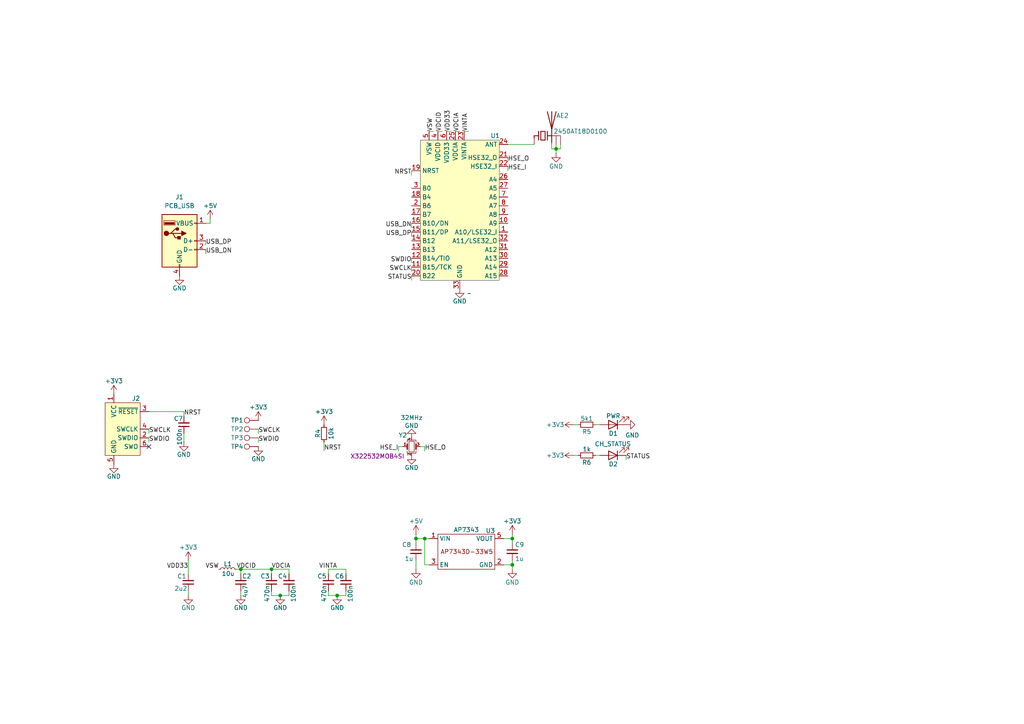
<source format=kicad_sch>
(kicad_sch (version 20231120) (generator "eeschema") (generator_version "8.0")
  (paper "A4")
  (lib_symbols
    (symbol "Connector:Conn_ARM_SWD_TagConnect_TC2030" (in_bom no)
      (property "Reference" "J" (at 2.54 11.43 0))
      (property "Value" "Conn_ARM_SWD_TagConnect_TC2030" (at 5.08 8.89 0))
      (symbol "Conn_ARM_SWD_TagConnect_TC2030_0_0"
        (pin power_in line (at -2.54 10.16 270) (length 2.54) (name "VCC") (number "1"))
        (pin bidirectional line (at 7.62 -2.54 180) (length 2.54) (name "SWDIO") (number "2"))
        (pin open_collector line (at 7.62 5.08 180) (length 2.54) (name "~{RESET}") (number "3"))
        (pin output line (at 7.62 0 180) (length 2.54) (name "SWCLK") (number "4"))
        (pin power_in line (at -2.54 -10.16 90) (length 2.54) (name "GND") (number "5"))
        (pin input line (at 7.62 -5.08 180) (length 2.54) (name "SWO") (number "6"))
      )
      (symbol "Conn_ARM_SWD_TagConnect_TC2030_0_1"
        (rectangle (start -5.08 7.62) (end 5.08 -7.62) (fill (type background)))
      )
    )
    (symbol "Connector:TestPoint" (pin_numbers hide) (pin_names (offset 0.762) hide)
      (property "Reference" "TP" (at 0 6.858 0))
      (property "Value" "TestPoint" (at 0 5.08 0))
      (symbol "TestPoint_0_1"
        (circle (center 0 3.302) (radius 0.762))
      )
      (symbol "TestPoint_1_1"
        (pin passive line (at 0 0 90) (length 2.54) (name "1") (number "1"))
      )
    )
    (symbol "Device:C_Small" (pin_numbers hide) (pin_names (offset 0.254) hide)
      (property "Reference" "C" (at 0.254 1.778 0))
      (property "Value" "C_Small" (at 0.254 -2.032 0))
      (symbol "C_Small_0_1"
        (polyline (pts (xy -1.524 -0.508) (xy 1.524 -0.508)) (stroke (width 0.3302)))
        (polyline (pts (xy -1.524 0.508) (xy 1.524 0.508)) (stroke (width 0.3048)))
      )
      (symbol "C_Small_1_1"
        (pin passive line (at 0 2.54 270) (length 2.032) (name "~") (number "1"))
        (pin passive line (at 0 -2.54 90) (length 2.032) (name "~") (number "2"))
      )
    )
    (symbol "Device:Crystal_GND24_Small" (pin_names (offset 1.016) hide)
      (property "Reference" "Y" (at 1.27 4.445 0))
      (property "Value" "Crystal_GND24_Small" (at 1.27 2.54 0))
      (symbol "Crystal_GND24_Small_0_1"
        (rectangle (start -0.762 -1.524) (end 0.762 1.524))
        (polyline (pts (xy -1.27 -0.762) (xy -1.27 0.762)) (stroke (width 0.381)))
        (polyline (pts (xy 1.27 -0.762) (xy 1.27 0.762)) (stroke (width 0.381)))
        (polyline (pts (xy -1.27 -1.27) (xy -1.27 -1.905) (xy 1.27 -1.905) (xy 1.27 -1.27)))
        (polyline (pts (xy -1.27 1.27) (xy -1.27 1.905) (xy 1.27 1.905) (xy 1.27 1.27)))
      )
      (symbol "Crystal_GND24_Small_1_1"
        (pin passive line (at -2.54 0 0) (length 1.27) (name "1") (number "1"))
        (pin passive line (at 0 -2.54 90) (length 0.635) (name "2") (number "2"))
        (pin passive line (at 2.54 0 180) (length 1.27) (name "3") (number "3"))
        (pin passive line (at 0 2.54 270) (length 0.635) (name "4") (number "4"))
      )
    )
    (symbol "Device:LED" (pin_numbers hide) (pin_names (offset 1.016) hide)
      (property "Reference" "D" (at 0 2.54 0))
      (property "Value" "LED" (at 0 -2.54 0))
      (symbol "LED_0_1"
        (polyline (pts (xy -1.27 -1.27) (xy -1.27 1.27)) (stroke (width 0.254)))
        (polyline (pts (xy -1.27 0) (xy 1.27 0)))
        (polyline (pts (xy 1.27 -1.27) (xy 1.27 1.27) (xy -1.27 0) (xy 1.27 -1.27)) (stroke (width 0.254)))
        (polyline (pts (xy -3.048 -0.762) (xy -4.572 -2.286) (xy -3.81 -2.286) (xy -4.572 -2.286) (xy -4.572 -1.524)))
        (polyline (pts (xy -1.778 -0.762) (xy -3.302 -2.286) (xy -2.54 -2.286) (xy -3.302 -2.286) (xy -3.302 -1.524)))
      )
      (symbol "LED_1_1"
        (pin passive line (at -3.81 0 0) (length 2.54) (name "K") (number "1"))
        (pin passive line (at 3.81 0 180) (length 2.54) (name "A") (number "2"))
      )
    )
    (symbol "Device:L_Small" (pin_numbers hide) (pin_names (offset 0.254) hide)
      (property "Reference" "L" (at 0.762 1.016 0))
      (property "Value" "L_Small" (at 0.762 -1.016 0))
      (symbol "L_Small_0_1"
        (arc (start 0 -2.032) (mid 0.5058 -1.524) (end 0 -1.016))
        (arc (start 0 -1.016) (mid 0.5058 -0.508) (end 0 0))
        (arc (start 0 0) (mid 0.5058 0.508) (end 0 1.016))
        (arc (start 0 1.016) (mid 0.5058 1.524) (end 0 2.032))
      )
      (symbol "L_Small_1_1"
        (pin passive line (at 0 2.54 270) (length 0.508) (name "~") (number "1"))
        (pin passive line (at 0 -2.54 90) (length 0.508) (name "~") (number "2"))
      )
    )
    (symbol "Device:R_Small" (pin_numbers hide) (pin_names (offset 0.254) hide)
      (property "Reference" "R" (at 0.762 0.508 0))
      (property "Value" "R_Small" (at 0.762 -1.016 0))
      (symbol "R_Small_0_1"
        (rectangle (start -0.762 1.778) (end 0.762 -1.778) (stroke (width 0.2032)))
      )
      (symbol "R_Small_1_1"
        (pin passive line (at 0 2.54 270) (length 0.762) (name "~") (number "1"))
        (pin passive line (at 0 -2.54 90) (length 0.762) (name "~") (number "2"))
      )
    )
    (symbol "Marijn:2450AT18D0100" (pin_numbers hide) (pin_names (offset 1.016) hide)
      (property "Reference" "AE" (at 6.35 5.842 0))
      (property "Value" "2450AT18D0100" (at 10.414 8.382 0))
      (symbol "2450AT18D0100_0_1"
        (polyline (pts (xy -2.54 0) (xy -2.54 -0.635)) (stroke (width 0.254)))
        (polyline (pts (xy -2.54 0) (xy -1.27 0)) (stroke (width 0.254)))
        (polyline (pts (xy 1.27 0) (xy 2.54 0)) (stroke (width 0.254)))
        (polyline (pts (xy 1.27 1.27) (xy 1.27 -1.27)) (stroke (width 0.254)))
        (polyline (pts (xy 2.54 -0.635) (xy 2.54 0)))
        (polyline (pts (xy 2.54 0) (xy 5.08 0)))
        (polyline (pts (xy 2.54 6.985) (xy 2.54 -1.905)) (stroke (width 0.254)))
        (polyline (pts (xy -1.27 1.27) (xy -1.27 -1.27) (xy -1.27 0)) (stroke (width 0.254)))
        (polyline (pts (xy 3.81 6.985) (xy 2.54 1.905) (xy 1.27 6.985)) (stroke (width 0.254)))
        (polyline (pts (xy -0.635 1.27) (xy 0.635 1.27) (xy 0.635 -1.27) (xy -0.635 -1.27) (xy -0.635 1.27)) (stroke (width 0.254)))
      )
      (symbol "2450AT18D0100_1_1"
        (pin input line (at -2.54 -2.54 90) (length 2.54) (name "FEED") (number "1"))
        (pin passive line (at 2.54 -2.54 90) (length 2.54) (name "2") (number "2"))
        (pin passive line (at 3.81 -2.54 90) (length 2.54) (name "3") (number "3"))
        (pin passive line (at 5.08 -2.54 90) (length 2.54) (name "4") (number "4"))
      )
    )
    (symbol "Marijn:AP7343"
      (property "Reference" "U" (at 0 0 0))
      (symbol "AP7343_0_1"
        (rectangle (start -15.24 -1.27) (end 1.27 -11.43))
      )
      (symbol "AP7343_1_1"
        (text "AP7343D-33W5" (at -6.858 -6.35 0) (effects (font (size 1.27 1.27))))
        (pin power_in line (at -17.78 -2.54 0) (length 2.54) (name "VIN") (number "1"))
        (pin power_in line (at 3.81 -10.16 180) (length 2.54) (name "GND") (number "2"))
        (pin input line (at -17.78 -10.16 0) (length 2.54) (name "EN") (number "3"))
        (pin power_out line (at 3.81 -2.54 180) (length 2.54) (name "VOUT") (number "5"))
      )
    )
    (symbol "Marijn:CH592X"
      (property "Reference" "U" (at 10.414 21.844 0))
      (symbol "CH592X_1_1"
        (rectangle (start -11.43 20.32) (end 11.43 -20.32) (stroke (width 0) (color 84 88 98 1)) (fill (type background)))
        (pin bidirectional line (at 13.97 -6.35 180) (length 2.54) (name "A10/LSE32_I") (number "1"))
        (pin bidirectional line (at 13.97 -3.81 180) (length 2.54) (name "A9") (number "10"))
        (pin bidirectional line (at -13.97 -16.51 0) (length 2.54) (name "B15/TCK") (number "11"))
        (pin bidirectional line (at -13.97 -13.97 0) (length 2.54) (name "B14/TIO") (number "12"))
        (pin bidirectional line (at -13.97 -11.43 0) (length 2.54) (name "B13") (number "13"))
        (pin bidirectional line (at -13.97 -8.89 0) (length 2.54) (name "B12") (number "14"))
        (pin bidirectional line (at -13.97 -6.35 0) (length 2.54) (name "B11/DP") (number "15"))
        (pin bidirectional line (at -13.97 -3.81 0) (length 2.54) (name "B10/DN") (number "16"))
        (pin bidirectional line (at -13.97 -1.27 0) (length 2.54) (name "B7") (number "17"))
        (pin bidirectional line (at -13.97 3.81 0) (length 2.54) (name "B4") (number "18"))
        (pin bidirectional line (at -13.97 11.43 0) (length 2.54) (name "NRST") (number "19"))
        (pin bidirectional line (at -13.97 1.27 0) (length 2.54) (name "B6") (number "2"))
        (pin bidirectional line (at -13.97 -19.05 0) (length 2.54) (name "B22") (number "20"))
        (pin bidirectional line (at 13.97 15.24 180) (length 2.54) (name "HSE32_O") (number "21"))
        (pin bidirectional line (at 13.97 12.7 180) (length 2.54) (name "HSE32_I") (number "22"))
        (pin power_in line (at 1.27 22.86 270) (length 2.54) (name "VINTA") (number "23"))
        (pin bidirectional line (at 13.97 19.05 180) (length 2.54) (name "ANT") (number "24"))
        (pin power_in line (at -1.27 22.86 270) (length 2.54) (name "VDCIA") (number "25"))
        (pin bidirectional line (at 13.97 8.89 180) (length 2.54) (name "A4") (number "26"))
        (pin bidirectional line (at 13.97 6.35 180) (length 2.54) (name "A5") (number "27"))
        (pin bidirectional line (at 13.97 -19.05 180) (length 2.54) (name "A15") (number "28"))
        (pin bidirectional line (at 13.97 -16.51 180) (length 2.54) (name "A14") (number "29"))
        (pin bidirectional line (at -13.97 6.35 0) (length 2.54) (name "B0") (number "3"))
        (pin bidirectional line (at 13.97 -13.97 180) (length 2.54) (name "A13") (number "30"))
        (pin bidirectional line (at 13.97 -11.43 180) (length 2.54) (name "A12") (number "31"))
        (pin bidirectional line (at 13.97 -8.89 180) (length 2.54) (name "A11/LSE32_O") (number "32"))
        (pin power_in line (at 0 -22.86 90) (length 2.54) (name "GND") (number "33"))
        (pin power_in line (at -6.35 22.86 270) (length 2.54) (name "VDCID") (number "4"))
        (pin power_out line (at -8.89 22.86 270) (length 2.54) (name "VSW") (number "5"))
        (pin power_in line (at -3.81 22.86 270) (length 2.54) (name "VDD33") (number "6"))
        (pin bidirectional line (at 13.97 3.81 180) (length 2.54) (name "A6") (number "7"))
        (pin bidirectional line (at 13.97 1.27 180) (length 2.54) (name "A7") (number "8"))
        (pin bidirectional line (at 13.97 -1.27 180) (length 2.54) (name "A8") (number "9"))
      )
    )
    (symbol "Marijn:PCB_USB" (pin_names (offset 1.016))
      (property "Reference" "J" (at -5.08 11.43 0))
      (property "Value" "PCB_USB" (at -5.08 8.89 0))
      (symbol "PCB_USB_0_1"
        (rectangle (start -5.08 7.62) (end 5.08 -7.62) (stroke (width 0.254)) (fill (type background)))
        (circle (center -3.81 2.159) (radius 0.635) (stroke (width 0.254)) (fill (type outline)))
        (rectangle (start -1.524 4.826) (end -4.318 5.334) (fill (type outline)))
        (rectangle (start -1.27 4.572) (end -4.572 5.842))
        (circle (center -0.635 3.429) (radius 0.381) (stroke (width 0.254)) (fill (type outline)))
        (rectangle (start -0.127 -7.62) (end 0.127 -6.858))
        (polyline (pts (xy -3.175 2.159) (xy -2.54 2.159) (xy -1.27 3.429) (xy -0.635 3.429)) (stroke (width 0.254)))
        (polyline (pts (xy -2.54 2.159) (xy -1.905 2.159) (xy -1.27 0.889) (xy 0 0.889)) (stroke (width 0.254)))
        (polyline (pts (xy 0.635 2.794) (xy 0.635 1.524) (xy 1.905 2.159) (xy 0.635 2.794)) (stroke (width 0.254)) (fill (type outline)))
        (rectangle (start 0.254 1.27) (end -0.508 0.508) (stroke (width 0.254)) (fill (type outline)))
        (rectangle (start 5.08 -2.667) (end 4.318 -2.413))
        (rectangle (start 5.08 -0.127) (end 4.318 0.127))
        (rectangle (start 5.08 4.953) (end 4.318 5.207))
      )
      (symbol "PCB_USB_1_1"
        (polyline (pts (xy -1.905 2.159) (xy 0.635 2.159)) (stroke (width 0.254)))
        (pin power_in line (at 7.62 5.08 180) (length 2.54) (name "VBUS") (number "1"))
        (pin bidirectional line (at 7.62 -2.54 180) (length 2.54) (name "D-") (number "2"))
        (pin bidirectional line (at 7.62 0 180) (length 2.54) (name "D+") (number "3"))
        (pin power_in line (at 0 -10.16 90) (length 2.54) (name "GND") (number "4"))
      )
    )
    (symbol "power:+3V3" (power) (pin_numbers hide) (pin_names (offset 0) hide)
      (property "Value" "+3V3" (at 0 3.556 0))
      (symbol "+3V3_0_1"
        (polyline (pts (xy -0.762 1.27) (xy 0 2.54)))
        (polyline (pts (xy 0 0) (xy 0 2.54)))
        (polyline (pts (xy 0 2.54) (xy 0.762 1.27)))
      )
      (symbol "+3V3_1_1"
        (pin power_in line (at 0 0 90) (length 0) (name "~") (number "1"))
      )
    )
    (symbol "power:+5V" (power) (pin_numbers hide) (pin_names (offset 0) hide)
      (property "Value" "+5V" (at 0 3.556 0))
      (symbol "+5V_0_1"
        (polyline (pts (xy -0.762 1.27) (xy 0 2.54)))
        (polyline (pts (xy 0 0) (xy 0 2.54)))
        (polyline (pts (xy 0 2.54) (xy 0.762 1.27)))
      )
      (symbol "+5V_1_1"
        (pin power_in line (at 0 0 90) (length 0) (name "~") (number "1"))
      )
    )
    (symbol "power:GND" (power) (pin_numbers hide) (pin_names (offset 0) hide)
      (property "Value" "GND" (at 0 -3.81 0))
      (symbol "GND_0_1"
        (polyline (pts (xy 0 0) (xy 0 -1.27) (xy 1.27 -1.27) (xy 0 -2.54) (xy -1.27 -1.27) (xy 0 -1.27)))
      )
      (symbol "GND_1_1"
        (pin power_in line (at 0 0 270) (length 0) (name "~") (number "1"))
      )
    )
  )
  (junction (at 161.29 43.18))
  (junction (at 123.19 156.21))
  (junction (at 69.85 165.1))
  (junction (at 148.59 163.83))
  (junction (at 148.59 156.21))
  (junction (at 97.79 172.72))
  (junction (at 120.65 156.21))
  (junction (at 78.74 165.1))
  (junction (at 81.28 172.72))
  (no_connect (at 43.18 129.54))
  (wire (pts (xy 120.65 154.94) (xy 120.65 156.21)))
  (wire (pts (xy 78.74 165.1) (xy 83.82 165.1)))
  (wire (pts (xy 83.82 165.1) (xy 83.82 166.37)))
  (wire (pts (xy 147.32 46.99) (xy 147.32 45.72)))
  (wire (pts (xy 68.58 165.1) (xy 69.85 165.1)))
  (wire (pts (xy 181.61 133.35) (xy 181.61 132.08)))
  (wire (pts (xy 119.38 68.58) (xy 119.38 67.31)))
  (wire (pts (xy 53.34 119.38) (xy 43.18 119.38)))
  (wire (pts (xy 59.69 73.66) (xy 59.69 72.39)))
  (wire (pts (xy 125.73 38.1) (xy 124.46 38.1)))
  (wire (pts (xy 123.19 129.54) (xy 121.92 129.54)))
  (wire (pts (xy 147.32 49.53) (xy 147.32 48.26)))
  (wire (pts (xy 95.25 172.72) (xy 97.79 172.72)))
  (wire (pts (xy 162.56 41.91) (xy 162.56 43.18)))
  (wire (pts (xy 161.29 44.45) (xy 161.29 43.18)))
  (wire (pts (xy 120.65 165.1) (xy 120.65 162.56)))
  (wire (pts (xy 95.25 165.1) (xy 100.33 165.1)))
  (wire (pts (xy 69.85 165.1) (xy 78.74 165.1)))
  (wire (pts (xy 100.33 172.72) (xy 97.79 172.72)))
  (wire (pts (xy 130.81 38.1) (xy 129.54 38.1)))
  (wire (pts (xy 100.33 165.1) (xy 100.33 166.37)))
  (wire (pts (xy 78.74 165.1) (xy 78.74 166.37)))
  (wire (pts (xy 53.34 120.65) (xy 53.34 119.38)))
  (wire (pts (xy 74.93 128.27) (xy 74.93 127)))
  (wire (pts (xy 172.72 132.08) (xy 173.99 132.08)))
  (wire (pts (xy 162.56 43.18) (xy 161.29 43.18)))
  (wire (pts (xy 43.18 125.73) (xy 43.18 124.46)))
  (wire (pts (xy 148.59 154.94) (xy 148.59 156.21)))
  (wire (pts (xy 160.02 41.91) (xy 160.02 43.18)))
  (wire (pts (xy 81.28 172.72) (xy 83.82 172.72)))
  (wire (pts (xy 54.61 162.56) (xy 54.61 166.37)))
  (wire (pts (xy 120.65 156.21) (xy 120.65 157.48)))
  (wire (pts (xy 69.85 165.1) (xy 69.85 166.37)))
  (wire (pts (xy 95.25 166.37) (xy 95.25 165.1)))
  (wire (pts (xy 123.19 156.21) (xy 120.65 156.21)))
  (wire (pts (xy 119.38 66.04) (xy 119.38 64.77)))
  (wire (pts (xy 161.29 41.91) (xy 161.29 43.18)))
  (wire (pts (xy 119.38 50.8) (xy 119.38 49.53)))
  (wire (pts (xy 81.28 172.72) (xy 78.74 172.72)))
  (wire (pts (xy 123.19 130.81) (xy 123.19 129.54)))
  (wire (pts (xy 78.74 172.72) (xy 78.74 171.45)))
  (wire (pts (xy 115.57 130.81) (xy 115.57 129.54)))
  (wire (pts (xy 123.19 163.83) (xy 124.46 163.83)))
  (wire (pts (xy 83.82 172.72) (xy 83.82 171.45)))
  (wire (pts (xy 54.61 172.72) (xy 54.61 171.45)))
  (wire (pts (xy 123.19 156.21) (xy 123.19 163.83)))
  (wire (pts (xy 166.37 123.19) (xy 167.64 123.19)))
  (wire (pts (xy 43.18 128.27) (xy 43.18 127)))
  (wire (pts (xy 135.89 38.1) (xy 134.62 38.1)))
  (wire (pts (xy 148.59 156.21) (xy 148.59 157.48)))
  (wire (pts (xy 147.32 41.91) (xy 154.94 41.91)))
  (wire (pts (xy 148.59 163.83) (xy 146.05 163.83)))
  (wire (pts (xy 133.35 38.1) (xy 132.08 38.1)))
  (wire (pts (xy 59.69 71.12) (xy 59.69 69.85)))
  (wire (pts (xy 119.38 81.28) (xy 119.38 80.01)))
  (wire (pts (xy 119.38 78.74) (xy 119.38 77.47)))
  (wire (pts (xy 148.59 165.1) (xy 148.59 163.83)))
  (wire (pts (xy 166.37 132.08) (xy 167.64 132.08)))
  (wire (pts (xy 172.72 123.19) (xy 173.99 123.19)))
  (wire (pts (xy 128.27 38.1) (xy 127 38.1)))
  (wire (pts (xy 53.34 128.27) (xy 53.34 125.73)))
  (wire (pts (xy 93.98 128.27) (xy 93.98 130.81)))
  (wire (pts (xy 60.96 64.77) (xy 60.96 63.5)))
  (wire (pts (xy 69.85 172.72) (xy 69.85 171.45)))
  (wire (pts (xy 74.93 125.73) (xy 74.93 124.46)))
  (wire (pts (xy 124.46 156.21) (xy 123.19 156.21)))
  (wire (pts (xy 146.05 156.21) (xy 148.59 156.21)))
  (wire (pts (xy 60.96 64.77) (xy 59.69 64.77)))
  (wire (pts (xy 100.33 171.45) (xy 100.33 172.72)))
  (wire (pts (xy 115.57 129.54) (xy 116.84 129.54)))
  (wire (pts (xy 148.59 162.56) (xy 148.59 163.83)))
  (wire (pts (xy 119.38 76.2) (xy 119.38 74.93)))
  (wire (pts (xy 95.25 171.45) (xy 95.25 172.72)))
  (wire (pts (xy 160.02 43.18) (xy 161.29 43.18)))
  (label "SWDIO" (at 74.93 128.27 0))
  (label "USB_DN" (at 59.69 73.66 0))
  (label "NRST" (at 53.34 120.65 0))
  (label "VINTA" (at 135.89 38.1 90))
  (label "VDCID" (at 128.27 38.1 90))
  (label "VDCID" (at 68.58 165.1 0))
  (label "HSE_O" (at 147.32 46.99 0))
  (label "SWDIO" (at 43.18 128.27 0))
  (label "SWCLK" (at 119.38 78.74 180))
  (label "SWDIO" (at 119.38 76.2 180))
  (label "VSW" (at 63.5 165.1 180))
  (label "HSE_O" (at 123.19 130.81 0))
  (label "USB_DP" (at 119.38 68.58 180))
  (label "SWCLK" (at 43.18 125.73 0))
  (label "STATUS" (at 181.61 133.35 0))
  (label "VDCIA" (at 78.74 165.1 0))
  (label "HSE_I" (at 115.57 130.81 180))
  (label "VDD33" (at 54.61 165.1 180))
  (label "VDD33" (at 130.81 38.1 90))
  (label "SWCLK" (at 74.93 125.73 0))
  (label "USB_DN" (at 119.38 66.04 180))
  (label "NRST" (at 119.38 50.8 180))
  (label "NRST" (at 93.98 130.81 0))
  (label "VDCIA" (at 133.35 38.1 90))
  (label "STATUS" (at 119.38 81.28 180))
  (label "VINTA" (at 97.79 165.1 180))
  (label "USB_DP" (at 59.69 71.12 0))
  (label "VSW" (at 125.73 38.1 90))
  (label "HSE_I" (at 147.32 49.53 0))
  (symbol (lib_id "Device:R_Small") (at 93.98 125.73 180) (unit 1)
    (property "Reference" "R4" (at 92.202 125.73 90))
    (property "Value" "10k" (at 96.012 125.73 90))
    (property "Footprint" "Resistor_SMD:R_0603_1608Metric" (effects (hide yes)))
    (property "Description" "Resistor, small symbol" (effects (hide yes)))
  )
  (symbol (lib_id "power:GND") (at 74.93 129.54 0) (unit 1)
    (property "Reference" "#PWR019" (effects (hide yes)))
    (property "Value" "GND" (at 74.93 133.096 0))
    (property "Description" "Power symbol creates a global label with name \"GND\" , ground" (effects (hide yes)))
  )
  (symbol (lib_id "power:GND") (at 161.29 44.45 0) (unit 1)
    (property "Reference" "#PWR01" (effects (hide yes)))
    (property "Value" "GND" (at 161.29 48.26 0))
    (property "Description" "Power symbol creates a global label with name \"GND\" , ground" (effects (hide yes)))
  )
  (symbol (lib_id "power:GND") (at 133.35 83.82 0) (unit 1)
    (property "Reference" "#PWR02" (effects (hide yes)))
    (property "Value" "GND" (at 133.35 87.376 0))
    (property "Description" "Power symbol creates a global label with name \"GND\" , ground" (effects (hide yes)))
  )
  (symbol (lib_id "Connector:TestPoint") (at 74.93 127 90) (unit 1)
    (property "Reference" "TP3" (at 70.612 127 90) (effects (justify left)))
    (property "Value" "TestPoint" (effects (hide yes)))
    (property "Footprint" "TestPoint:TestPoint_Pad_D1.0mm" (effects (hide yes)))
    (property "Description" "test point" (effects (hide yes)))
  )
  (symbol (lib_id "power:GND") (at 119.38 127 180) (unit 1)
    (property "Reference" "#PWR012" (effects (hide yes)))
    (property "Value" "GND" (at 119.38 123.444 0))
    (property "Description" "Power symbol creates a global label with name \"GND\" , ground" (effects (hide yes)))
  )
  (symbol (lib_id "Device:C_Small") (at 83.82 168.91 180) (unit 1)
    (property "Reference" "C4" (at 83.312 167.132 0) (effects (justify left)))
    (property "Value" "100n" (at 85.09 169.672 90) (effects (justify left)))
    (property "Footprint" "Capacitor_SMD:C_0603_1608Metric" (effects (hide yes)))
    (property "Description" "Unpolarized capacitor, small symbol" (effects (hide yes)))
  )
  (symbol (lib_id "Connector:TestPoint") (at 74.93 124.46 90) (unit 1)
    (property "Reference" "TP2" (at 70.612 124.46 90) (effects (justify left)))
    (property "Value" "TestPoint" (effects (hide yes)))
    (property "Footprint" "TestPoint:TestPoint_Pad_D1.0mm" (effects (hide yes)))
    (property "Description" "test point" (effects (hide yes)))
  )
  (symbol (lib_id "power:GND") (at 52.07 80.01 0) (unit 1)
    (property "Reference" "#PWR017" (effects (hide yes)))
    (property "Value" "GND" (at 52.07 83.566 0))
    (property "Description" "Power symbol creates a global label with name \"GND\" , ground" (effects (hide yes)))
  )
  (symbol (lib_id "power:GND") (at 81.28 172.72 0) (unit 1)
    (property "Reference" "#PWR06" (effects (hide yes)))
    (property "Value" "GND" (at 81.28 176.276 0))
    (property "Description" "Power symbol creates a global label with name \"GND\" , ground" (effects (hide yes)))
  )
  (symbol (lib_id "power:+3V3") (at 33.02 114.3 0) (unit 1)
    (property "Reference" "#PWR09" (effects (hide yes)))
    (property "Value" "+3V3" (at 33.02 110.49 0))
    (property "Description" "Power symbol creates a global label with name \"+3V3\"" (effects (hide yes)))
  )
  (symbol (lib_id "Device:LED") (at 177.8 123.19 180) (unit 1)
    (property "Reference" "D1" (at 176.53 125.73 0) (effects (justify right)))
    (property "Value" "PWR" (at 175.768 120.65 0) (effects (justify right)))
    (property "Footprint" "LED_SMD:LED_0603_1608Metric" (effects (hide yes)))
    (property "Description" "RED" (effects (hide yes)))
    (property "mouser" " 710-150060RS75000" (effects (hide yes)))
  )
  (symbol (lib_id "Device:C_Small") (at 54.61 168.91 180) (unit 1)
    (property "Reference" "C1" (at 54.102 167.132 0) (effects (justify left)))
    (property "Value" "2u2" (at 54.356 170.688 0) (effects (justify left)))
    (property "Footprint" "Capacitor_SMD:C_0603_1608Metric" (effects (hide yes)))
    (property "Description" "Unpolarized capacitor, small symbol" (effects (hide yes)))
  )
  (symbol (lib_id "Device:C_Small") (at 78.74 168.91 180) (unit 1)
    (property "Reference" "C3" (at 78.232 167.132 0) (effects (justify left)))
    (property "Value" "470n" (at 77.47 169.672 90) (effects (justify left)))
    (property "Footprint" "Capacitor_SMD:C_0603_1608Metric" (effects (hide yes)))
    (property "Description" "Unpolarized capacitor, small symbol" (effects (hide yes)))
  )
  (symbol (lib_id "Device:L_Small") (at 66.04 165.1 90) (unit 1)
    (property "Reference" "L1" (at 67.31 163.576 90) (effects (justify left)))
    (property "Value" "10u" (at 68.072 166.37 90) (effects (justify left)))
    (property "Footprint" "Inductor_SMD:L_0805_2012Metric" (effects (hide yes)))
    (property "Description" "Inductor, small symbol" (effects (hide yes)))
  )
  (symbol (lib_id "Device:C_Small") (at 120.65 160.02 0) (unit 1)
    (property "Reference" "C8" (at 116.586 157.988 0) (effects (justify left)))
    (property "Value" "1u" (at 117.348 162.052 0) (effects (justify left)))
    (property "Footprint" "Capacitor_SMD:C_0603_1608Metric" (effects (hide yes)))
    (property "Description" "Unpolarized capacitor, small symbol" (effects (hide yes)))
    (property "LCSC" "C14445" (effects (hide yes)))
  )
  (symbol (lib_id "Device:Crystal_GND24_Small") (at 119.38 129.54 0) (unit 1)
    (property "Reference" "Y2" (at 116.84 126.238 0))
    (property "Value" "32MHz" (at 119.38 121.158 0))
    (property "Footprint" "Crystal:Crystal_SMD_3225-4Pin_3.2x2.5mm" (effects (hide yes)))
    (property "Description" "X322532MOB4SI" (at 109.474 132.334 0))
  )
  (symbol (lib_id "Connector:TestPoint") (at 74.93 129.54 90) (unit 1)
    (property "Reference" "TP4" (at 70.612 129.54 90) (effects (justify left)))
    (property "Value" "TestPoint" (effects (hide yes)))
    (property "Footprint" "TestPoint:TestPoint_Pad_D1.0mm" (effects (hide yes)))
    (property "Description" "test point" (effects (hide yes)))
  )
  (symbol (lib_id "Device:C_Small") (at 69.85 168.91 180) (unit 1)
    (property "Reference" "C2" (at 72.898 167.132 0) (effects (justify left)))
    (property "Value" "4u7" (at 71.12 169.672 90) (effects (justify left)))
    (property "Footprint" "Capacitor_SMD:C_0603_1608Metric" (effects (hide yes)))
    (property "Description" "Unpolarized capacitor, small symbol" (effects (hide yes)))
  )
  (symbol (lib_id "power:+3V3") (at 74.93 121.92 0) (mirror y) (unit 1)
    (property "Reference" "#PWR020" (effects (hide yes)))
    (property "Value" "+3V3" (at 74.93 118.11 0))
    (property "Description" "Power symbol creates a global label with name \"+3V3\"" (effects (hide yes)))
  )
  (symbol (lib_id "power:GND") (at 181.61 123.19 90) (unit 1)
    (property "Reference" "#PWR011" (effects (hide yes)))
    (property "Value" "GND" (at 183.388 126.238 90))
    (property "Description" "Power symbol creates a global label with name \"GND\" , ground" (effects (hide yes)))
  )
  (symbol (lib_id "Device:C_Small") (at 53.34 123.19 180) (unit 1)
    (property "Reference" "C7" (at 53.086 121.412 0) (effects (justify left)))
    (property "Value" "100n" (at 52.07 124.206 90) (effects (justify left)))
    (property "Footprint" "Capacitor_SMD:C_0603_1608Metric" (effects (hide yes)))
    (property "Description" "Unpolarized capacitor, small symbol" (effects (hide yes)))
  )
  (symbol (lib_id "Marijn:2450AT18D0100") (at 157.48 39.37 0) (unit 1)
    (property "Reference" "AE2" (at 161.29 33.528 0) (effects (justify left)))
    (property "Value" "2450AT18D0100" (at 160.528 38.1 0) (effects (justify left)))
    (property "Footprint" "Marijn_KiCad:2450AT18D0100" (effects (hide yes)))
  )
  (symbol (lib_id "power:GND") (at 97.79 172.72 0) (unit 1)
    (property "Reference" "#PWR07" (effects (hide yes)))
    (property "Value" "GND" (at 97.79 176.276 0))
    (property "Description" "Power symbol creates a global label with name \"GND\" , ground" (effects (hide yes)))
  )
  (symbol (lib_id "Connector:Conn_ARM_SWD_TagConnect_TC2030") (at 35.56 124.46 0) (unit 1) (in_bom no)
    (property "Reference" "J2" (at 40.64 115.57 0) (effects (justify right)))
    (property "Value" "Conn_ARM_SWD_TagConnect_TC2030" (effects (hide yes)))
    (property "Footprint" "Connector:Tag-Connect_TC2030-IDC-FP_2x03_P1.27mm_Vertical" (effects (hide yes)))
    (property "Datasheet" "https://www.tag-connect.com/wp-content/uploads/bsk-pdf-manager/TC2030-CTX_1.pdf" (effects (hide yes)))
    (property "Description" "Tag-Connect ARM Cortex SWD JTAG connector, 6 pin" (effects (hide yes)))
  )
  (symbol (lib_id "power:GND") (at 69.85 172.72 0) (unit 1)
    (property "Reference" "#PWR05" (effects (hide yes)))
    (property "Value" "GND" (at 69.85 176.276 0))
    (property "Description" "Power symbol creates a global label with name \"GND\" , ground" (effects (hide yes)))
  )
  (symbol (lib_id "power:+3V3") (at 166.37 123.19 90) (mirror x) (unit 1)
    (property "Reference" "#PWR010" (effects (hide yes)))
    (property "Value" "+3V3" (at 161.036 123.19 90))
    (property "Description" "Power symbol creates a global label with name \"+3V3\"" (effects (hide yes)))
  )
  (symbol (lib_id "power:GND") (at 148.59 165.1 0) (unit 1)
    (property "Reference" "#PWR025" (effects (hide yes)))
    (property "Value" "GND" (at 148.59 168.91 0))
    (property "Description" "Power symbol creates a global label with name \"GND\" , ground" (effects (hide yes)))
  )
  (symbol (lib_id "Device:C_Small") (at 95.25 168.91 180) (unit 1)
    (property "Reference" "C5" (at 94.742 167.132 0) (effects (justify left)))
    (property "Value" "470n" (at 93.98 169.672 90) (effects (justify left)))
    (property "Footprint" "Capacitor_SMD:C_0603_1608Metric" (effects (hide yes)))
    (property "Description" "Unpolarized capacitor, small symbol" (effects (hide yes)))
  )
  (symbol (lib_id "power:+3V3") (at 54.61 162.56 0) (unit 1)
    (property "Reference" "#PWR03" (effects (hide yes)))
    (property "Value" "+3V3" (at 54.61 158.75 0))
    (property "Description" "Power symbol creates a global label with name \"+3V3\"" (effects (hide yes)))
  )
  (symbol (lib_id "power:GND") (at 53.34 128.27 0) (unit 1)
    (property "Reference" "#PWR015" (effects (hide yes)))
    (property "Value" "GND" (at 53.34 131.826 0))
    (property "Description" "Power symbol creates a global label with name \"GND\" , ground" (effects (hide yes)))
  )
  (symbol (lib_id "Marijn:PCB_USB") (at 52.07 69.85 0) (unit 1)
    (property "Reference" "J1" (at 52.07 57.15 0))
    (property "Value" "PCB_USB" (at 52.07 59.69 0))
    (property "Footprint" "Marijn_KiCad:PCB_USB" (effects (hide yes)))
    (property "Description" "USB Type A connector" (effects (hide yes)))
  )
  (symbol (lib_id "power:+3V3") (at 148.59 154.94 0) (unit 1)
    (property "Reference" "#PWR023" (effects (hide yes)))
    (property "Value" "+3V3" (at 148.59 151.13 0))
    (property "Description" "Power symbol creates a global label with name \"+3V3\"" (effects (hide yes)))
  )
  (symbol (lib_id "Connector:TestPoint") (at 74.93 121.92 90) (unit 1)
    (property "Reference" "TP1" (at 70.612 121.92 90) (effects (justify left)))
    (property "Value" "TestPoint" (effects (hide yes)))
    (property "Footprint" "TestPoint:TestPoint_Pad_D1.0mm" (effects (hide yes)))
    (property "Description" "test point" (effects (hide yes)))
  )
  (symbol (lib_id "Device:R_Small") (at 170.18 123.19 90) (unit 1)
    (property "Reference" "R5" (at 170.18 125.222 90))
    (property "Value" "5k1" (at 170.18 121.412 90))
    (property "Footprint" "Resistor_SMD:R_0603_1608Metric" (effects (hide yes)))
    (property "Description" "Resistor, small symbol" (effects (hide yes)))
    (property "mouser" " 791-RMC1/16-512JTP" (effects (hide yes)))
  )
  (symbol (lib_id "Marijn:AP7343") (at 142.24 153.67 0) (unit 1)
    (property "Reference" "U3" (at 142.24 153.924 0))
    (property "Value" "AP7343" (at 135.255 153.67 0))
    (property "Footprint" "Marijn_KiCad:SOT-25" (effects (hide yes)))
    (property "Datasheet" "https://stm32-base.org/assets/pdf/regulators/AP7343.pdf" (effects (hide yes)))
    (property "Description" "5v -> 3v3" (effects (hide yes)))
  )
  (symbol (lib_id "power:+5V") (at 120.65 154.94 0) (unit 1)
    (property "Reference" "#PWR022" (effects (hide yes)))
    (property "Value" "+5V" (at 120.65 151.13 0))
    (property "Description" "Power symbol creates a global label with name \"+5V\"" (effects (hide yes)))
  )
  (symbol (lib_id "power:+3V3") (at 166.37 132.08 90) (mirror x) (unit 1)
    (property "Reference" "#PWR013" (effects (hide yes)))
    (property "Value" "+3V3" (at 161.036 132.08 90))
    (property "Description" "Power symbol creates a global label with name \"+3V3\"" (effects (hide yes)))
  )
  (symbol (lib_id "power:GND") (at 120.65 165.1 0) (unit 1)
    (property "Reference" "#PWR024" (effects (hide yes)))
    (property "Value" "GND" (at 120.65 168.91 0))
    (property "Description" "Power symbol creates a global label with name \"GND\" , ground" (effects (hide yes)))
  )
  (symbol (lib_id "power:GND") (at 33.02 134.62 0) (unit 1)
    (property "Reference" "#PWR016" (effects (hide yes)))
    (property "Value" "GND" (at 33.02 138.176 0))
    (property "Description" "Power symbol creates a global label with name \"GND\" , ground" (effects (hide yes)))
  )
  (symbol (lib_id "Marijn:CH592X") (at 133.35 60.96 0) (unit 1)
    (property "Reference" "U1" (at 142.24 39.37 0) (effects (justify left)))
    (property "Value" "~" (at 135.5441 85.09 0) (effects (justify left)))
    (property "Footprint" "Package_DFN_QFN:QFN-32-1EP_4x4mm_P0.4mm_EP2.65x2.65mm" (effects (hide yes)))
  )
  (symbol (lib_id "power:+3V3") (at 93.98 123.19 0) (mirror y) (unit 1)
    (property "Reference" "#PWR08" (effects (hide yes)))
    (property "Value" "+3V3" (at 93.98 119.38 0))
    (property "Description" "Power symbol creates a global label with name \"+3V3\"" (effects (hide yes)))
  )
  (symbol (lib_id "Device:LED") (at 177.8 132.08 180) (unit 1)
    (property "Reference" "D2" (at 176.53 134.62 0) (effects (justify right)))
    (property "Value" "CH_STATUS" (at 172.466 128.778 0) (effects (justify right)))
    (property "Footprint" "LED_SMD:LED_0603_1608Metric" (effects (hide yes)))
    (property "Description" "BLUE" (effects (hide yes)))
    (property "mouser" " 710-150060BS75000" (effects (hide yes)))
  )
  (symbol (lib_id "power:GND") (at 119.38 132.08 0) (unit 1)
    (property "Reference" "#PWR014" (effects (hide yes)))
    (property "Value" "GND" (at 119.38 135.636 0))
    (property "Description" "Power symbol creates a global label with name \"GND\" , ground" (effects (hide yes)))
  )
  (symbol (lib_id "Device:R_Small") (at 170.18 132.08 90) (unit 1)
    (property "Reference" "R6" (at 170.18 134.112 90))
    (property "Value" "1k" (at 170.18 130.302 90))
    (property "Footprint" "Resistor_SMD:R_0603_1608Metric" (effects (hide yes)))
    (property "Description" "Resistor, small symbol" (effects (hide yes)))
    (property "mouser" " 71-CRCW06031K00FKEE" (effects (hide yes)))
  )
  (symbol (lib_id "Device:C_Small") (at 148.59 160.02 0) (unit 1)
    (property "Reference" "C9" (at 149.352 157.988 0) (effects (justify left)))
    (property "Value" "1u" (at 149.352 162.052 0) (effects (justify left)))
    (property "Footprint" "Capacitor_SMD:C_0603_1608Metric" (effects (hide yes)))
    (property "Description" "Unpolarized capacitor, small symbol" (effects (hide yes)))
    (property "LCSC" "C14445" (effects (hide yes)))
  )
  (symbol (lib_id "Device:C_Small") (at 100.33 168.91 180) (unit 1)
    (property "Reference" "C6" (at 99.822 167.132 0) (effects (justify left)))
    (property "Value" "100n" (at 101.6 169.672 90) (effects (justify left)))
    (property "Footprint" "Capacitor_SMD:C_0603_1608Metric" (effects (hide yes)))
    (property "Description" "Unpolarized capacitor, small symbol" (effects (hide yes)))
  )
  (symbol (lib_id "power:+5V") (at 60.96 63.5 0) (unit 1)
    (property "Reference" "#PWR018" (effects (hide yes)))
    (property "Value" "+5V" (at 60.96 59.69 0))
    (property "Description" "Power symbol creates a global label with name \"+5V\"" (effects (hide yes)))
  )
  (symbol (lib_id "power:GND") (at 54.61 172.72 0) (unit 1)
    (property "Reference" "#PWR04" (effects (hide yes)))
    (property "Value" "GND" (at 54.61 176.276 0))
    (property "Description" "Power symbol creates a global label with name \"GND\" , ground" (effects (hide yes)))
  )
)
</source>
